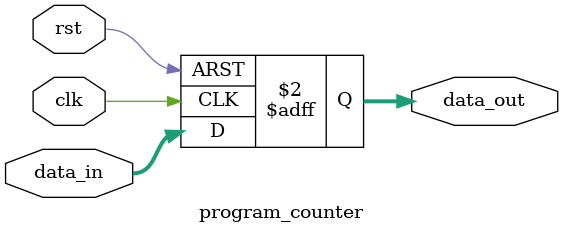
<source format=sv>
module program_counter (
    input logic clk,
    input logic rst,
    input logic [31:0] data_in,
    output logic [31:0] data_out
);
    
    always_ff @(posedge clk or posedge rst) begin
        if (rst) begin
            data_out <= 0;
        end
        else begin
            data_out <= data_in;
        end
    end

endmodule
</source>
